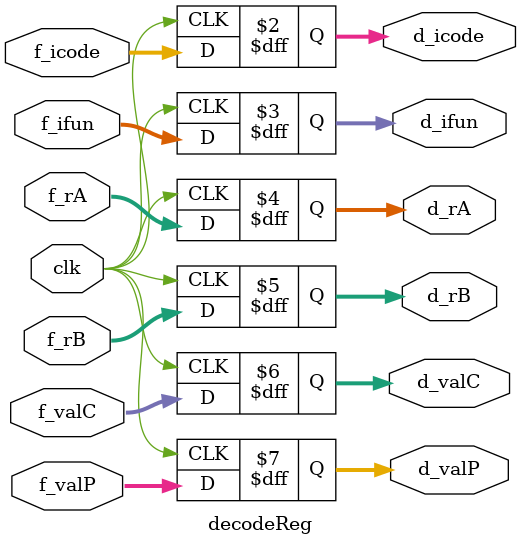
<source format=v>
module decodeReg(clk,f_icode,f_ifun,f_rA,f_rB,f_valC,f_valP,d_icode,d_ifun,d_rA,d_rB,d_valC,d_valP);

    input clk;
    input [3:0] f_icode,f_ifun,f_rA,f_rB;
    input [63:0] f_valC,f_valP;

    output [3:0] d_icode,d_ifun,d_rA,d_rB;
    output [63:0] d_valC,d_valP;

    always @(posedge clk) begin //non blocking statements - update register simultaneously at posedge
        d_icode <= f_icode;
        d_ifun <= f_ifun;
        d_rA <= f_rA;
        d_rB <= f_rB;
        d_valC <= f_valC;
        d_valP <= f_valP;
    end

endmodule

</source>
